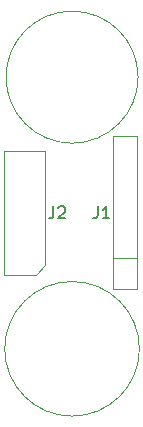
<source format=gbr>
G04 #@! TF.GenerationSoftware,KiCad,Pcbnew,(5.1.5-0-10_14)*
G04 #@! TF.CreationDate,2021-06-03T13:40:16-04:00*
G04 #@! TF.ProjectId,ESLO_RB2_PogoInterface,45534c4f-5f52-4423-925f-506f676f496e,rev?*
G04 #@! TF.SameCoordinates,Original*
G04 #@! TF.FileFunction,Legend,Top*
G04 #@! TF.FilePolarity,Positive*
%FSLAX46Y46*%
G04 Gerber Fmt 4.6, Leading zero omitted, Abs format (unit mm)*
G04 Created by KiCad (PCBNEW (5.1.5-0-10_14)) date 2021-06-03 13:40:16*
%MOMM*%
%LPD*%
G04 APERTURE LIST*
%ADD10C,0.120000*%
%ADD11C,0.150000*%
G04 APERTURE END LIST*
D10*
X137700877Y-111000000D02*
G75*
G03X137700877Y-111000000I-5700877J0D01*
G01*
X137590170Y-88000000D02*
G75*
G03X137590170Y-88000000I-5590170J0D01*
G01*
X129750000Y-94255000D02*
X129750000Y-103945000D01*
X126250000Y-94255000D02*
X129750000Y-94255000D01*
X126250000Y-104745000D02*
X126250000Y-94255000D01*
X128950000Y-104745000D02*
X126250000Y-104745000D01*
X129750000Y-103945000D02*
X128950000Y-104745000D01*
X135500000Y-103310000D02*
X137500000Y-103310000D01*
X137500000Y-105977000D02*
X135500000Y-105977000D01*
X137516000Y-93023000D02*
X137516000Y-105977000D01*
X135500000Y-93023000D02*
X137500000Y-93023000D01*
X135500000Y-105977000D02*
X135500000Y-93023000D01*
D11*
X130416666Y-98952380D02*
X130416666Y-99666666D01*
X130369047Y-99809523D01*
X130273809Y-99904761D01*
X130130952Y-99952380D01*
X130035714Y-99952380D01*
X130845238Y-99047619D02*
X130892857Y-99000000D01*
X130988095Y-98952380D01*
X131226190Y-98952380D01*
X131321428Y-99000000D01*
X131369047Y-99047619D01*
X131416666Y-99142857D01*
X131416666Y-99238095D01*
X131369047Y-99380952D01*
X130797619Y-99952380D01*
X131416666Y-99952380D01*
X134166666Y-98952380D02*
X134166666Y-99666666D01*
X134119047Y-99809523D01*
X134023809Y-99904761D01*
X133880952Y-99952380D01*
X133785714Y-99952380D01*
X135166666Y-99952380D02*
X134595238Y-99952380D01*
X134880952Y-99952380D02*
X134880952Y-98952380D01*
X134785714Y-99095238D01*
X134690476Y-99190476D01*
X134595238Y-99238095D01*
M02*

</source>
